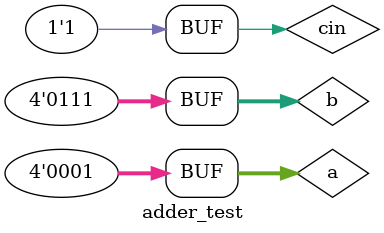
<source format=sv>
module adder_test();
	logic [3:0] a, b, s;
	logic cin, cout;
	
	adder #(4) DUT(a, b, cin, s, cout);
	
	initial begin
		a = 4; b = 3; cin=0;#10;
		a = 8; b = 9; cin=0;#10;
		a = 5; b = 2; cin=0;#10;
		a = 1; b = 7; cin=1;#10;
	end
endmodule
</source>
